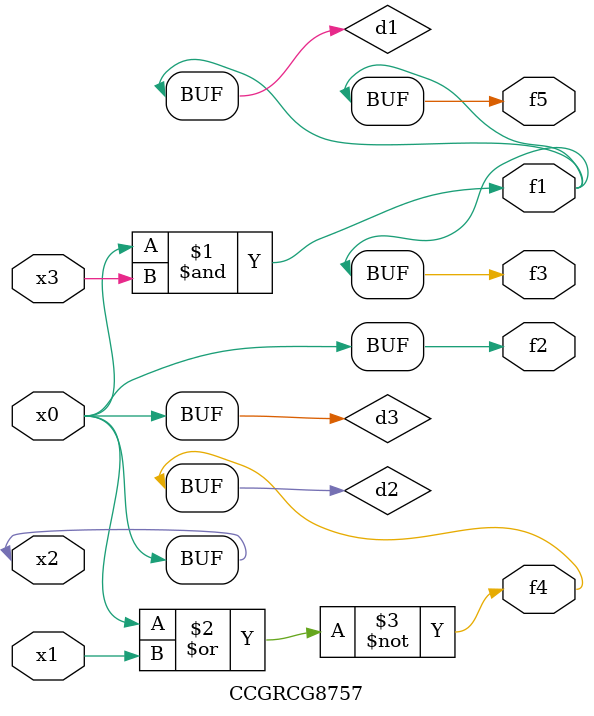
<source format=v>
module CCGRCG8757(
	input x0, x1, x2, x3,
	output f1, f2, f3, f4, f5
);

	wire d1, d2, d3;

	and (d1, x2, x3);
	nor (d2, x0, x1);
	buf (d3, x0, x2);
	assign f1 = d1;
	assign f2 = d3;
	assign f3 = d1;
	assign f4 = d2;
	assign f5 = d1;
endmodule

</source>
